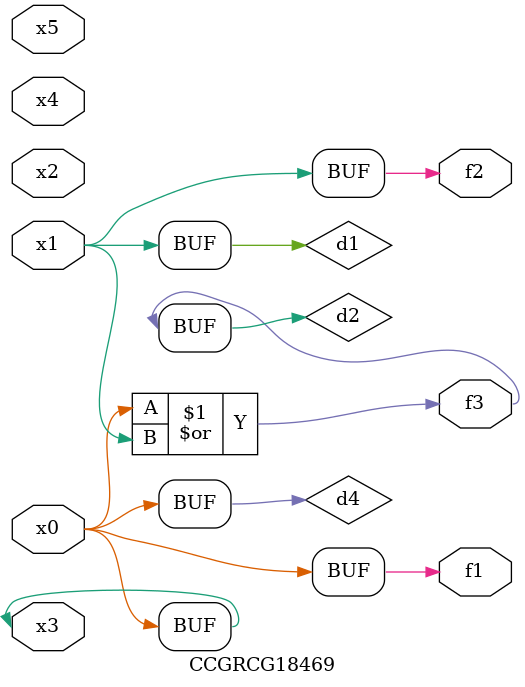
<source format=v>
module CCGRCG18469(
	input x0, x1, x2, x3, x4, x5,
	output f1, f2, f3
);

	wire d1, d2, d3, d4;

	and (d1, x1);
	or (d2, x0, x1);
	nand (d3, x0, x5);
	buf (d4, x0, x3);
	assign f1 = d4;
	assign f2 = d1;
	assign f3 = d2;
endmodule

</source>
